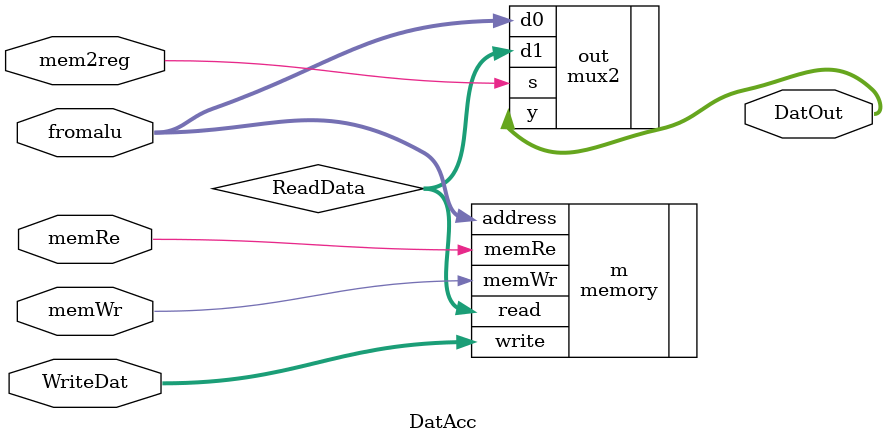
<source format=v>
module DatAcc(fromalu, WriteDat, memWr, memRe, mem2reg, DatOut);
input [31:0] fromalu, WriteDat;
input memWr, memRe, mem2reg;
output [31:0] DatOut;
wire [31:0] ReadData;

memory m(.address(fromalu), .write(WriteDat),
	 .memWr(memWr), .memRe(memRe), .read(ReadData));

mux2 out(.d0(fromalu), .d1(ReadData), .s(mem2reg), .y(DatOut));

endmodule
</source>
